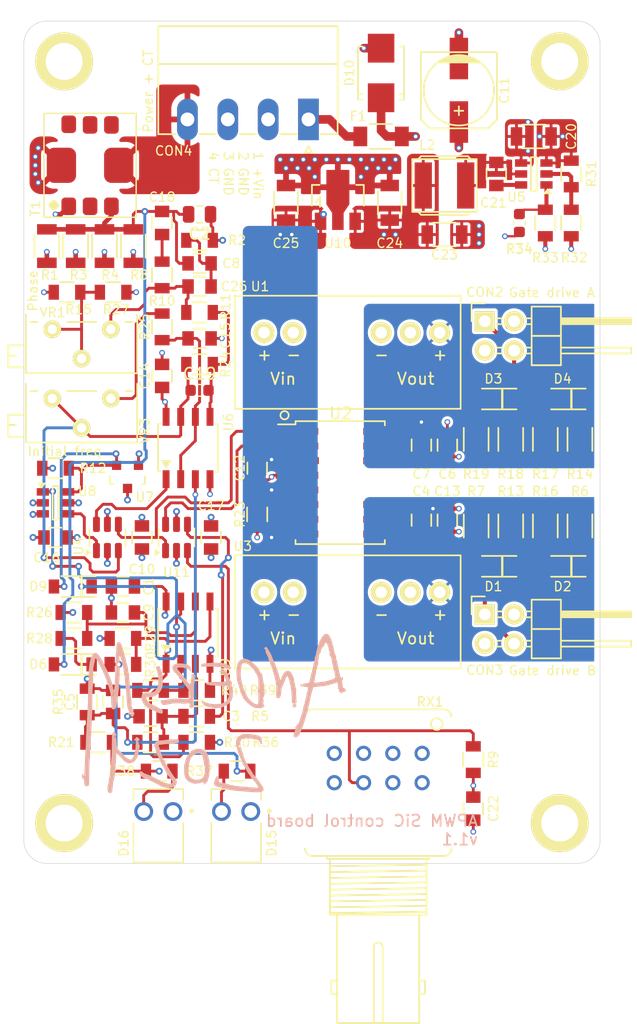
<source format=kicad_pcb>
(kicad_pcb (version 20241229) (generator "pcbnew") (generator_version "9.0")
  (layers (0 "F.Cu" signal) (4 "In1.Cu" signal) (6 "In2.Cu" signal) (2 "B.Cu" signal) (13 "F.Paste" user) (15 "B.Paste" user) (5 "F.SilkS" user "F.Silkscreen") (7 "B.SilkS" user "B.Silkscreen") (1 "F.Mask" user) (3 "B.Mask" user) (25 "Edge.Cuts" user))
  (net 0 "")
  (net 1 "Net-(C13-A)")
  (net 2 "Net-(C4-A)")
  (net 3 "Net-(C6-A)")
  (net 4 "Net-(C5-K)")
  (net 5 "GND")
  (net 6 "Net-(C6-K)")
  (net 7 "+5V")
  (net 8 "RAMP")
  (net 9 "Net-(C7-A)")
  (net 10 "+12V")
  (net 11 "Net-(U2-OUTA)")
  (net 12 "Net-(U2-OUTB)")
  (net 13 "Net-(C13-K)")
  (net 14 "Net-(U2-DT)")
  (net 15 "Net-(D1-K)")
  (net 16 "Net-(D1-A)")
  (net 17 "Net-(D2-K)")
  (net 18 "Net-(D2-A)")
  (net 19 "Net-(D3-A)")
  (net 20 "Net-(D3-K)")
  (net 21 "Net-(D4-A)")
  (net 22 "Net-(D4-K)")
  (net 23 "Net-(C18-K)")
  (net 24 "Net-(C26-A)")
  (net 25 "Net-(C9-K)")
  (net 26 "Net-(C11-A)")
  (net 27 "Net-(C15-K)")
  (net 28 "Net-(C18-A)")
  (net 29 "Net-(C19-A)")
  (net 30 "Net-(C19-K)")
  (net 31 "Net-(C21-K)")
  (net 32 "Net-(C21-A)")
  (net 33 "Net-(C26-K)")
  (net 34 "Net-(D6-K)")
  (net 35 "Net-(D15-PadA)")
  (net 36 "~{SHDN}")
  (net 37 "Net-(D9-K)")
  (net 38 "Net-(R15-Pad1)")
  (net 39 "Net-(R25-Pad2)")
  (net 40 "Net-(U5-ENA)")
  (net 41 "Net-(U5-FB)")
  (net 42 "Net-(U2-INB)")
  (net 43 "Start")
  (net 44 "Net-(R5-Pad2)")
  (net 45 "Net-(CON4-Pad1)")
  (net 46 "CTA")
  (net 47 "Net-(U8A-Q)")
  (net 48 "Net-(U2-INA)")
  (net 49 "Net-(D16-PadA)")
  (net 50 "Net-(U9B-+)")
  (net 51 "Net-(U9A-_)")
  (net 52 "Net-(U4-Pad6)")
  (net 53 "Net-(RX1-DO)")
  (footprint "Resistors_SMD:R_0805_hybrid_2" (layer "F.Cu") (at 175.25 87.5 90)
    (property "Reference" "R33")
    (property "Value" "4k7")
  )
  (footprint "TO_SOT_Packages_SMD:SOT-23-6" (layer "F.Cu") (at 132.75 111.75)
    (property "Reference" "U8")
    (property "Value" "74LVC1G175")
  )
  (footprint "Resistors_SMD:R_0805_hybrid_2" (layer "F.Cu") (at 145.25 95.25)
    (property "Reference" "R11")
    (property "Value" "4k7")
  )
  (footprint "Capacitors_SMD:C_0805" (layer "F.Cu") (at 138.6 121.25)
    (property "Reference" "C9")
    (property "Value" "2n2")
  )
  (footprint "Resistors_SMD:R_1206" (layer "F.Cu") (at 132 89.5 90)
    (property "Reference" "R1")
    (property "Value" "100")
  )
  (footprint "Housings_SOIC:SOIC-8_3.9x4.9mm_Pitch1.27mm" (layer "F.Cu") (at 144.25 123 90)
    (property "Reference" "U9")
    (property "Value" "MCP6562")
  )
  (footprint "Housings_SOIC:SOIC-8_3.9x4.9mm_Pitch1.27mm" (layer "F.Cu") (at 144.25 107 90)
    (property "Reference" "U6")
    (property "Value" "MCP6562")
  )
  (footprint "Resistors_SMD:R_0805_hybrid_2" (layer "F.Cu") (at 138.6 125.75)
    (property "Reference" "R30")
    (property "Value" "10k")
  )
  (footprint "Capacitors_SMD:c_elec_6.3x5.7" (layer "F.Cu") (at 167.75 75.99918 -90)
    (property "Reference" "C11")
    (property "Value" "100u")
  )
  (footprint "Capacitors_SMD:C_0805" (layer "F.Cu") (at 164.5 106.75 -90)
    (property "Reference" "C7")
    (property "Value" "1u")
  )
  (footprint "Sensors:Murata_5300" (layer "F.Cu") (at 135.75 82.5)
    (property "Reference" "T1")
    (property "Value" "53040C")
  )
  (footprint "Capacitors_SMD:C_0805" (layer "F.Cu") (at 142 87.5 -90)
    (property "Reference" "C18")
    (property "Value" "100n")
  )
  (footprint "Resistors_SMD:R_1206" (layer "F.Cu") (at 178.25 106.25 90)
    (property "Reference" "R14")
    (property "Value" "4R7")
  )
  (footprint "Resistors_SMD:R_0805_hybrid_2" (layer "F.Cu") (at 137.75 93.5 180)
    (property "Reference" "R27")
    (property "Value" "470")
  )
  (footprint "Resistors_SMD:R_0805_hybrid_2" (layer "F.Cu") (at 177.5 87.5 90)
    (property "Reference" "R32")
    (property "Value" "4k7")
  )
  (footprint "TO_SOT_Packages_SMD:SOT89-3_Housing" (layer "F.Cu") (at 157.25 85.5)
    (property "Reference" "U10")
    (property "Value" "L78L05")
  )
  (footprint "Diodes_SMD:SOD-123" (layer "F.Cu") (at 170.75 117.25 180)
    (property "Reference" "D1")
    (property "Value" "1N5819W")
  )
  (footprint "Package_TO_SOT_SMD:SOT-23-6" (layer "F.Cu") (at 143.25 114.75 90)
    (property "Reference" "U11")
    (property "Value" "74LVC2G14DBV")
  )
  (footprint "Choke_SMD:Choke_SMD_Taiyo_NRS50XX" (layer "F.Cu") (at 166.5 84.25)
    (property "Reference" "L2")
    (property "Value" "NRS5030T150MMGJ")
  )
  (footprint "Capacitors_SMD:C_0805" (layer "F.Cu") (at 137.75 129 -90)
    (property "Reference" "C5")
    (property "Value" "100n")
  )
  (footprint "Capacitors_SMD:C_0805" (layer "F.Cu") (at 166.75 113.25 90)
    (property "Reference" "C13")
    (property "Value" "1u")
  )
  (footprint "Capacitors_SMD:C_1206" (layer "F.Cu") (at 152.75 85.75 -90)
    (property "Reference" "C25")
    (property "Value" "10u")
  )
  (footprint "Resistors_SMD:R_1206" (layer "F.Cu") (at 175.25 106.25 90)
    (property "Reference" "R17")
    (property "Value" "4R7")
  )
  (footprint "Resistors_SMD:R_1206" (layer "F.Cu") (at 134.5 89.5 90)
    (property "Reference" "R3")
    (property "Value" "100")
  )
  (footprint "Pin_Headers:Pin_Header_Angled_2x02" (layer "F.Cu") (at 170 96.012)
    (property "Reference" "CON2")
    (property "Value" "Header_H_2x2")
  )
  (footprint "Capacitor_SMD:C_0603_1608Metric" (layer "F.Cu") (at 173 87.5 -90)
    (property "Reference" "R34")
    (property "Value" "82k")
  )
  (footprint "Pin_Headers:Pin_Header_Angled_2x02" (layer "F.Cu") (at 170 121.412)
    (property "Reference" "CON3")
    (property "Value" "Header_H_2x2")
  )
  (footprint "Diodes_SMD:SMB_Standard" (layer "F.Cu") (at 161 74.49918 90)
    (property "Reference" "D10")
    (property "Value" "SMBJ24A")
  )
  (footprint "Resistors_SMD:R_0805_hybrid_2" (layer "F.Cu") (at 145.25 99.75 180)
    (property "Reference" "R24")
    (property "Value" "22k")
  )
  (footprint "TO_SOT_Packages_SMD:SOT-23-6" (layer "F.Cu") (at 174.25 83.25 180)
    (property "Reference" "U5")
    (property "Value" "AP63200")
  )
  (footprint "Capacitors_SMD:C_1206" (layer "F.Cu") (at 161.75 85.75 -90)
    (property "Reference" "C24")
    (property "Value" "10u")
  )
  (footprint "Resistors_SMD:R_1206" (layer "F.Cu") (at 178.25 113.75 -90)
    (property "Reference" "R6")
    (property "Value" "4R7")
  )
  (footprint "Potentiometers:Potentiometer_Bourns_3296Z_3-8Zoll_Angular_ScrewFront" (layer "F.Cu") (at 137.552 96.71 90)
    (property "Reference" "VR1")
    (property "Value" "1k")
  )
  (footprint "Resistors_SMD:R_1206" (layer "F.Cu") (at 169.25 113.75 -90)
    (property "Reference" "R7")
    (property "Value" "4R7")
  )
  (footprint "Capacitor_SMD:C_0805_2012Metric" (layer "F.Cu") (at 145.25 86.75 180)
    (property "Reference" "C2")
    (property "Value" "560p")
  )
  (footprint "Resistors_SMD:R_0805_hybrid_2" (layer "F.Cu") (at 150.25 112.75 -90)
    (property "Reference" "R23")
    (property "Value" "10k")
  )
  (footprint "Housings_SOIC:SOIC-14of16_3.9x9.9mm_Pitch1.27mm_wn_flank" (layer "F.Cu") (at 157.5 110)
    (property "Reference" "U2")
    (property "Value" "2ED3147")
  )
  (footprint "Mechanical:Hole_M3_plated" (layer "F.Cu") (at 133.5 139.5)
    (property "Reference" "P3" (hide yes))
    (property "Value" "Hole_M3")
  )
  (footprint "Diodes_SMD:SOD-123" (layer "F.Cu") (at 176.75 117.25 180)
    (property "Reference" "D2")
    (property "Value" "1N5819W")
  )
  (footprint "Resistors_SMD:R_0805_hybrid_2" (layer "F.Cu") (at 132.75 108.75 180)
    (property "Reference" "R12")
    (property "Value" "4k7")
  )
  (footprint "Converters_DCDC_ACDC:QA153C-1504R3" (layer "F.Cu") (at 150.5 97)
    (property "Reference" "U1")
    (property "Value" "QA153C-1504R3")
  )
  (footprint "Diodes_SMD:SOD-123" (layer "F.Cu") (at 176.75 102.75 180)
    (property "Reference" "D4")
    (property "Value" "1N5819W")
  )
  (footprint "Resistors_SMD:R_0805_hybrid_2" (layer "F.Cu") (at 135.5 129 -90)
    (property "Reference" "R35")
    (property "Value" "10k")
  )
  (footprint "Capacitors_SMD:C_0805" (layer "F.Cu") (at 138.6 119)
    (property "Reference" "C1")
    (property "Value" "1u")
  )
  (footprint "Capacitors_SMD:C_0805" (layer "F.Cu") (at 140.25 114.75 90)
    (property "Reference" "C10")
    (property "Value" "1u")
  )
  (footprint "Resistors_SMD:R_0805_hybrid_2" (layer "F.Cu") (at 145 128)
    (property "Reference" "R39")
    (property "Value" "1k")
  )
  (footprint "Capacitors_SMD:C_0805" (layer "F.Cu") (at 171 83.25 90)
    (property "Reference" "C21")
    (property "Value" "1u")
  )
  (footprint "Resistors_SMD:R_0805_hybrid_2" (layer "F.Cu") (at 141.75 135)
    (property "Reference" "R38")
    (property "Value" "1k")
  )
  (footprint "Resistors_SMD:R_0805_hybrid_2" (layer "F.Cu") (at 134.35 123.5)
    (property "Reference" "R28")
    (property "Value" "10k")
  )
  (footprint "Resistors_SMD:R_0805_hybrid_2" (layer "F.Cu") (at 142 96.5 90)
    (property "Reference" "R25")
    (property "Value" "1k")
  )
  (footprint "Capacitors_SMD:C_0805" (layer "F.Cu") (at 166.75 106.75 90)
    (property "Reference" "C6")
    (property "Value" "1u")
  )
  (footprint "Resistors_SMD:R_0805_hybrid_2" (layer "F.Cu") (at 148.5 135 180)
    (property "Reference" "R37")
    (property "Value" "1k")
  )
  (footprint "Resistors_SMD:R_0805_hybrid_2" (layer "F.Cu") (at 141 128 180)
    (property "Reference" "R40")
    (property "Value" "47k")
  )
  (footprint "Diodes_SMD:SOD-123" (layer "F.Cu") (at 134.25 119 180)
    (property "Reference" "D9")
    (property "Value" "MMSD4148")
  )
  (footprint "Capacitors_SMD:C_0805" (layer "F.Cu") (at 146.25 114.75 90)
    (property "Reference" "C17")
    (property "Value" "1u")
  )
  (footprint "TO_SOT_Packages_SMD:SOT-23" (layer "F.Cu") (at 139 109.5 180)
    (property "Reference" "U7")
    (property "Value" "APX803S-46SA-7")
  )
  (footprint "Capacitors_SMD:C_0805" (layer "F.Cu") (at 145.25 93 180)
    (property "Reference" "C26")
    (property "Value" "560p")
  )
  (footprint "Diodes_SMD:SOD-123" (layer "F.Cu") (at 170.75 102.75 180)
    (property "Reference" "D3")
    (property "Value" "1N5819W")
  )
  (footprint "Resistors_SMD:R_0805_hybrid_2" (layer "F.Cu") (at 134.35 121.25)
    (property "Reference" "R26")
    (property "Value" "10k")
  )
  (footprint "optical:LED_551-0807F" (layer "F.Cu") (at 148.4225 138.5)
    (property "Reference" "D15")
    (property "Value" "LED_3mm")
  )
  (footprint "Resistors_SMD:R_0805_hybrid_2" (layer "F.Cu") (at 133.75 93.5 180)
    (property "Reference" "R15")
    (property "Value" "470")
  )
  (footprint "Resistors_SMD:R_0805_hybrid_2" (layer "F.Cu") (at 136.5 132.5 180)
    (property "Reference" "R21")
    (property "Value" "10k")
  )
  (footprint "Package_TO_SOT_SMD:SOT-23-6" (layer "F.Cu") (at 137.255 114.75 90)
    (property "Reference" "U4")
    (property "Value" "74LVC1G11DBV")
  )
  (footprint "Resistors_SMD:R_0805_hybrid_2" (layer "F.Cu") (at 177.5 83.25 90)
    (property "Reference" "R31")
    (property "Value" "68k")
  )
  (footprint "Resistors_SMD:R_0805_hybrid_2" (layer "F.Cu") (at 145.25 89)
    (property "Reference" "R2")
    (property "Value" "1k")
  )
  (footprint "Resistors_SMD:R_1206" (layer "F.Cu") (at 169.25 106.25 90)
    (property "Reference" "R19")
    (property "Value" "4R7")
  )
  (footprint "HFBR-2412T:HFBR-X41XT" (layer "F.Cu") (at 160.75 136)
    (property "Reference" "RX1")
    (property "Value" "HFBR-2412T" (hide yes))
  )
  (footprint "Capacitors_SMD:C_0805" (layer "F.Cu") (at 141 130.25)
    (property "Reference" "C3")
    (property "Value" "100n")
  )
  (footprint "Capacitors_SMD:C_0805" (layer "F.Cu") (at 164.5 113.25 -90)
    (property "Reference" "C4")
    (property "Value" "1u")
  )
  (footprint "Potentiometers:Potentiometer_Bourns_3296Z_3-8Zoll_Angular_ScrewFront" (layer "F.Cu") (at 137.552 102.71 90)
    (property "Reference" "VR3")
    (property "Value" "1k")
  )
  (footprint "Resistors_SMD:R_1206" (layer "F.Cu") (at 137 89.5 90)
    (property "Reference" "R4")
    (property "Value" "100")
  )
  (footprint "optical:LED_551-0807F" (layer "F.Cu") (at 141.6725 138.5)
    (property "Reference" "D16")
    (property "Value" "LED_3mm")
  )
  (footprint "Resistors_SMD:R_0805_hybrid_2" (layer "F.Cu") (at 141 132.5)
    (property "Reference" "R20")
    (property "Value" "4k7")
  )
  (footprint "Capacitor_SMD:C_0603_1608Metric" (layer "F.Cu") (at 145.25 102)
    (property "Reference" "C19")
    (property "Value" "10p")
  )
  (footprint "Mechanical:Hole_M3_plated" (layer "F.Cu") (at 133.5 73.5)
    (property "Reference" "P1" (hide yes))
    (property "Value" "Hole_M3")
  )
  (footprint "Diodes_SMD:SOD-123" (layer "F.Cu") (at 134.25 125.75 180)
    (property "Reference" "D6")
    (property "Value" "MMSD4148")
  )
  (footprint "Mechanical:Hole_M3_plated" (layer "F.Cu") (at 176.5 73.5)
    (property "Reference" "P2" (hide yes))
    (property "Value" "Hole_M3")
  )
  (footprint "Converters_DCDC_ACDC:QA153C-1504R3" (layer "F.Cu") (at 150.5 119.5)
    (property "Reference" "U3")
    (property "Value" "QA153C-1504R3")
  )
  (footprint "Resistors_SMD:R_1206_hybrid" (layer "F.Cu") (at 161 79.99918)
    (property "Reference" "F1")
    (property "Value" "1206 1.25A")
  )
  (footprint "Resistors_SMD:R_1206" (layer "F.Cu") (at 175.25 113.75 -90)
    (property "Reference" "R16")
    (property "Value" "4R7")
  )
  (footprint "Resistors_SMD:R_0805_hybrid_2" (layer "F.Cu") (at 138.6 123.5 180)
    (property "Reference" "R29")
    (property "Value" "10k")
  )
  (footprint "Mechanical:Hole_M3_plated" (layer "F.Cu") (at 176.5 139.5)
    (property "Reference" "P4" (hide yes))
    (property "Value" "Hole_M3")
  )
  (footprint "Resistors_SMD:R_1206" (layer "F.Cu") (at 139.5 89.5 90)
    (property "Reference" "R8")
    (property "Value" "100")
  )
  (footprint "Resistors_SMD:R_0805_hybrid_2" (layer "F.Cu") (at 145 132.5)
    (property "Reference" "R36")
    (property "Value" "10k")
  )
  (footprint "Resistors_SMD:R_0805_hybrid_2" (layer "F.Cu") (at 169 134 90)
    (property "Reference" "R9")
    (property "Value" "1k")
  )
  (footprint "Resistors_SMD:R_0805_hybrid_2" (layer "F.Cu") (at 142 92 90)
    (property "Reference" "R10")
    (property "Value" "1k")
  )
  (footprint "Connectors_Phoenix:PhoenixContact_MC-G_04x3.50mm_Angled" (layer "F.Cu") (at 154.7 78.52418 180)
    (property "Reference" "CON4")
    (property "Value" "Header_H_2x2")
  )
  (footprint "Resistors_SMD:R_1206" (layer "F.Cu") (at 172.25 106.25 90)
    (property "Reference" "R18")
    (property "Value" "4R7")
  )
  (footprint "Capacitors_SMD:C_0805" (layer "F.Cu") (at 142 100.75 -90)
    (property "Reference" "C14")
    (property "Value" "1u")
  )
  (footprint "Resistors_SMD:R_1206" (layer "F.Cu") (at 172.25 113.75 -90)
    (property "Reference" "R13")
    (property "Value" "4R7")
  )
  (footprint "Capacitors_SMD:C_0805" (layer "F.Cu") (at 132.75 114.75 180)
    (property "Reference" "C16")
    (property "Value" "1u")
  )
  (footprint "Capacitors_SMD:C_0805" (layer "F.Cu") (at 150.25 108.75 -90)
    (property "Reference" "C12")
    (property "Value" "1u")
  )
  (footprint "Resistors_SMD:R_0805_hybrid_2" (layer "F.Cu") (at 145 130.25)
    (property "Reference" "R5")
    (property "Value" "1k")
  )
  (footprint "Capacitors_SMD:C_1206" (layer "F.Cu") (at 174.25 80)
    (property "Reference" "C20")
    (property "Value" "10u")
  )
  (footprint "Capacitors_SMD:C_0805" (layer "F.Cu") (at 169 138.25 90)
    (property "Reference" "C22")
    (property "Value" "1u")
  )
  (footprint "Capacitors_SMD:C_1206" (layer "F.Cu") (at 166.5 88.5 180)
    (property "Reference" "C23")
    (property "Value" "10u")
  )
  (footprint "Capacitors_SMD:C_0805" (layer "F.Cu") (at 145.25 97.5 180)
    (property "Reference" "C15")
    (property "Value" "2n2")
  )
  (footprint "Capacitors_SMD:C_0805" (layer "F.Cu") (at 145.25 91)
    (property "Reference" "C8")
    (property "Value" "1n")
  )
  (footprint "Logos:am24_22mm" (layer "B.Cu") (at 145.683994 130.191615 180)
    (property "Reference" "SYM1" (hide yes))
    (property "Value" "AM_2024" (hide yes))
  )
  (gr_line (start 178 70) (end 132 70) (stroke (width 0.05)) (layer "Edge.Cuts"))
  (gr_line (start 178 143) (end 132 143) (stroke (width 0.05)) (layer "Edge.Cuts"))
  (gr_arc (start 178 70) (mid 179.414214 70.585786) (end 180 72) (stroke (width 0.05)) (layer "Edge.Cuts"))
  (gr_line (start 130 141) (end 130 72) (stroke (width 0.05)) (layer "Edge.Cuts"))
  (gr_arc (start 130 72) (mid 130.585786 70.585786) (end 132 70) (stroke (width 0.05)) (layer "Edge.Cuts"))
  (gr_arc (start 132 143) (mid 130.585786 142.414214) (end 130 141) (stroke (width 0.05)) (layer "Edge.Cuts"))
  (gr_line (start 180 141) (end 180 72) (stroke (width 0.05)) (layer "Edge.Cuts"))
  (gr_arc (start 180 141) (mid 179.414214 142.414214) (end 178 143) (stroke (width 0.05)) (layer "Edge.Cuts"))
  (gr_text "Initial freq" (at 130.25 107.75 0) (layer "F.SilkS") (effects (font (size 0.8 0.8) (thickness 0.12)) (justify left bottom)))
  (gr_text "Gate drive A" (at 172 94 0) (layer "F.SilkS") (effects (font (size 0.8 0.8) (thickness 0.12)) (justify left bottom)))
  (gr_text "Power + CT" (at 141.25 79.75 90) (layer "F.SilkS") (effects (font (size 0.8 0.8) (thickness 0.12)) (justify left bottom)))
  (gr_text "Gate drive B" (at 172 126.75 0) (layer "F.SilkS") (effects (font (size 0.8 0.8) (thickness 0.12)) (justify left bottom)))
  (gr_text "Phase" (at 131.25 95.25 90) (layer "F.SilkS") (effects (font (size 0.8 0.8) (thickness 0.12)) (justify left bottom)))
  (gr_text "1 +Vin\n2 GND\n3 GND\n4 CT" (at 146 81.25 -90) (layer "F.SilkS") (effects (font (size 0.8 0.8) (thickness 0.12)) (justify left bottom)))
  (gr_text "APWM SiC control board\nv1.1" (at 169.5 141.5 0) (layer "B.SilkS") (effects (font (size 1 1)) (justify left bottom mirror)))
  (segment (start 166.75 114.25) (end 167.75 114.25) (width 0.35) (layer "F.Cu") (net 1))
  (segment (start 164.5 114.25) (end 163.5 114.25) (width 0.35) (layer "F.Cu") (net 1))
  (segment (start 163.5 114.25) (end 163.305 114.445) (width 0.35) (layer "F.Cu") (net 1))
  (segment (start 161.15 114.445) (end 163.305 114.445) (width 0.35) (layer "F.Cu") (net 1))
  (segment (start 164.5 114.25) (end 166.75 114.25) (width 0.35) (layer "F.Cu") (net 1))
  (via (at 167.75 114.25) (size 0.5) (drill 0.3) (layers "F.Cu" "B.Cu") (net 1))
  (segment (start 163.5 112.25) (end 163.155 111.905) (width 0.35) (layer "F.Cu") (net 2))
  (segment (start 164.5 112.25) (end 165.5 112.25) (width 0.35) (layer "F.Cu") (net 2))
  (segment (start 164.5 112.25) (end 163.5 112.25) (width 0.35) (layer "F.Cu") (net 2))
  (segment (start 161.15 111.905) (end 163.155 111.905) (width 0.35) (layer "F.Cu") (net 2))
  (via (at 165.5 112.25) (size 0.5) (drill 0.3) (layers "F.Cu" "B.Cu") (net 2))
  (segment (start 163.155 108.095) (end 163.5 107.75) (width 0.35) (layer "F.Cu") (net 3))
  (segment (start 164.5 107.75) (end 163.5 107.75) (width 0.35) (layer "F.Cu") (net 3))
  (segment (start 161.15 108.095) (end 163.155 108.095) (width 0.35) (layer "F.Cu") (net 3))
  (segment (start 166.75 107.75) (end 167.75 107.75) (width 0.25) (layer "F.Cu") (net 3))
  (segment (start 166.75 107.75) (end 164.5 107.75) (width 0.35) (layer "F.Cu") (net 3))
  (via (at 167.75 107.75) (size 0.5) (drill 0.3) (layers "F.Cu" "B.Cu") (net 3))
  (segment (start 138.77 131.23) (end 138 131.23) (width 0.25) (layer "F.Cu") (net 4))
  (segment (start 139 131.46) (end 138.77 131.23) (width 0.25) (layer "F.Cu") (net 4))
  (segment (start 136.6 130.15) (end 135.5 130.15) (width 0.25) (layer "F.Cu") (net 4))
  (segment (start 139.85 132.5) (end 139 132.5) (width 0.25) (layer "F.Cu") (net 4))
  (segment (start 137.75 130) (end 136.75 130) (width 0.25) (layer "F.Cu") (net 4))
  (segment (start 135.35 132.5) (end 135.35 131.15) (width 0.25) (layer "F.Cu") (net 4))
  (segment (start 137.75 130.98) (end 137.75 130) (width 0.25) (layer "F.Cu") (net 4))
  (segment (start 144.885 111.04) (end 144.885 109.7) (width 0.25) (layer "F.Cu") (net 4))
  (segment (start 139 132.5) (end 139 131.46) (width 0.25) (layer "F.Cu") (net 4))
  (segment (start 136.75 130) (end 136.6 130.15) (width 0.25) (layer "F.Cu") (net 4))
  (segment (start 135.5 131) (end 135.5 130.15) (width 0.25) (layer "F.Cu") (net 4))
  (segment (start 135.35 131.15) (end 135.5 131) (width 0.25) (layer "F.Cu") (net 4))
  (segment (start 138 131.23) (end 137.75 130.98) (width 0.25) (layer "F.Cu") (net 4))
  (via (at 139 132.5) (size 0.6) (drill 0.3) (layers "F.Cu" "B.Cu") (net 4))
  (via (at 144.885 111.04) (size 0.5) (drill 0.3) (layers "F.Cu" "B.Cu") (net 4))
  (segment (start 144.885 132.325) (end 144.71 132.5) (width 0.25) (layer "B.Cu") (net 4))
  (segment (start 144.885 111.04) (end 144.885 132.365) (width 0.25) (layer "B.Cu") (net 4))
  (segment (start 144.71 132.5) (end 139 132.5) (width 0.25) (layer "B.Cu") (net 4))
  (segment (start 132 90.95) (end 132 90) (width 0.4) (layer "F.Cu") (net 5))
  (segment (start 146.155 124.595) (end 146.25 124.5) (width 0.25) (layer "F.Cu") (net 5))
  (segment (start 142 99.75) (end 142 98.75) (width 0.25) (layer "F.Cu") (net 5))
  (segment (start 137.75 128) (end 136.75 128) (width 0.25) (layer "F.Cu") (net 5))
  (segment (start 132.75 86.75) (end 133.205 86.75) (width 0.4) (layer "F.Cu") (net 5))
  (segment (start 134.5 90.95) (end 134.5 90) (width 0.4) (layer "F.Cu") (net 5))
  (segment (start 151.5 109.5) (end 151.635 109.365) (width 0.25) (layer "F.Cu") (net 5))
  (segment (start 150.25 114.75) (end 150.25 113.975) (width 0.25) (layer "F.Cu") (net 5))
  (segment (start 137.255 116.995) (end 137.25 117) (width 0.25) (layer "F.Cu") (net 5))
  (segment (start 146.155 111) (end 146.155 109.7) (width 0.25) (layer "F.Cu") (net 5))
  (segment (start 150.25 109.75) (end 151.25 109.75) (width 0.25) (layer "F.Cu") (net 5))
  (segment (start 146.25 86.975) (end 146.025 86.75) (width 0.25) (layer "F.Cu") (net 5))
  (segment (start 137.6 119) (end 137.6 120) (width 0.25) (layer "F.Cu") (net 5))
  (segment (start 133.2 121.25) (end 134.25 121.25) (width 0.25) (layer "F.Cu") (net 5))
  (segment (start 133.75 114.75) (end 134.625 114.75) (width 0.25) (layer "F.Cu") (net 5))
  (segment (start 151.25 109.75) (end 151.5 109.5) (width 0.25) (layer "F.Cu") (net 5))
  (segment (start 146.15 125.705) (end 146.155 125.7) (width 0.25) (layer "F.Cu") (net 5))
  (segment (start 139.95 108.49924) (end 139.95 107.55) (width 0.25) (layer "F.Cu") (net 5))
  (segment (start 146.15 128) (end 146.15 125.705) (width 0.25) (layer "F.Cu") (net 5))
  (segment (start 136.75 128) (end 136.6 127.85) (width 0.25) (layer "F.Cu") (net 5))
  (segment (start 133.205 86.75) (end 133.9 86.055) (width 0.4) (layer "F.Cu") (net 5))
  (segment (start 151.635 109.365) (end 153.85 109.365) (width 0.25) (layer "F.Cu") (net 5))
  (segment (start 167.75 73.24836) (end 167.75 70.99918) (width 0.75) (layer "F.Cu") (net 5))
  (segment (start 146.4 89) (end 146.4 87.9) (width 0.25) (layer "F.Cu") (net 5))
  (segment (start 140.25 115.75) (end 140.25 116.5) (width 0.25) (layer "F.Cu") (net 5))
  (segment (start 146.4 87.9) (end 146.25 87.75) (width 0.25) (layer "F.Cu") (net 5))
  (segment (start 175.25 88.725) (end 175.25 89.75) (width 0.35) (layer "F.Cu") (net 5))
  (segment (start 159.5 72.35034) (end 161 72.35034) (width 0.75) (layer "F.Cu") (net 5))
  (segment (start 137.45 123.5) (end 136.6 123.5) (width 0.25) (layer "F.Cu") (net 5))
  (segment (start 143.25 117) (end 143.245 117.005) (width 0.25) (layer "F.Cu") (net 5))
  (segment (start 177.5 88.725) (end 177.5 89.75) (width 0.35) (layer "F.Cu") (net 5))
  (segment (start 136.6 127.85) (end 135.5 127.85) (width 0.25) (layer "F.Cu") (net 5))
  (segment (start 137.255 115.8875) (end 137.255 116.995) (width 0.25) (layer "F.Cu") (net 5))
  (segment (start 137.6 121.25) (end 137.6 120) (width 0.25) (layer "F.Cu") (net 5))
  (segment (start 140 130.25) (end 139 130.25) (width 0.25) (layer "F.Cu") (net 5))
  (segment (start 139.95 107.55) (end 140 107.5) (width 0.25) (layer "F.Cu") (net 5))
  (segment (start 169 139.25) (end 169 140.25) (width 0.25) (layer "F.Cu") (net 5))
  (segment (start 146.25 115.75) (end 146.25 116.5) (width 0.25) (layer "F.Cu") (net 5))
  (segment (start 135.5 127.85) (end 135.5 127) (width 0.25) (layer "F.Cu") (net 5))
  (segment (start 139.5 90.95) (end 139.5 90) (width 0.4) (layer "F.Cu") (net 5))
  (segment (start 146.25 97.5) (end 147.175 97.5) (width 0.25) (layer "F.Cu") (net 5))
  (segment (start 146.4 89) (end 147.25 89) (width 0.25) (layer "F.Cu") (net 5))
  (segment (start 131.65 111.75) (end 130.8 111.75) (width 0.25) (layer "F.Cu") (net 5))
  (segment (start 146.25 87.75) (end 146.25 86.975) (width 0.25) (layer "F.Cu") (net 5))
  (segment (start 137 90.95) (end 137 90) (width 0.4) (layer "F.Cu") (net 5))
  (segment (start 143.25 115.8925) (end 143.25 117) (width 0.25) (layer "F.Cu") (net 5))
  (segment (start 132.6 93.5) (end 131.75 93.5) (width 0.25) (layer "F.Cu") (net 5))
  (segment (start 146.155 125.7) (end 146.155 124.595) (width 0.25) (layer "F.Cu") (net 5))
  (via (at 131 81.75) (size 0.5) (drill 0.3) (layers "F.Cu" "B.Cu") (net 5))
  (via (at 132.75 86.75) (size 0.5) (drill 0.3) (layers "F.Cu" "B.Cu") (net 5))
  (via (at 140 107.5) (size 0.6) (drill 0.3) (layers "F.Cu" "B.Cu") (net 5))
  (via (at 175.25 89.75) (size 0.5) (drill 0.3) (layers "F.Cu" "B.Cu") (net 5))
  (via (at 142 98.75) (size 0.5) (drill 0.3) (layers "F.Cu" "B.Cu") (net 5))
  (via (at 153.75 82.75) (size 0.5) (drill 0.3) (layers "F.Cu" "B.Cu") (net 5))
  (via (at 134.5 90) (size 0.5) (drill 0.3) (layers "F.Cu" "B.Cu") (net 5))
  (via (at 154.75 82.75) (size 0.5) (drill 0.3) (layers "F.Cu" "B.Cu") (net 5))
  (via (at 131.75 93.5) (size 0.5) (drill 0.3) (layers "F.Cu" "B.Cu") (net 5))
  (via (at 161.25 82) (size 0.5) (drill 0.3) (layers "F.Cu" "B.Cu") (net 5))
  (via (at 131 82.5) (size 0.5) (drill 0.3) (layers "F.Cu" "B.Cu") (net 5))
  (via (at 159.25 82) (size 0.5) (drill 0.3) (layers "F.Cu" "B.Cu") (net 5))
  (via (at 161.75 82.75) (size 0.5) (drill 0.3) (layers "F.Cu" "B.Cu") (net 5))
  (via (at 139 130.25) (size 0.6) (drill 0.3) (layers "F.Cu" "B.Cu") (net 5))
  (via (at 137.6 120) (size 0.6) (drill 0.3) (layers "F.Cu" "B.Cu") (net 5))
  (via (at 177.5 89.75) (size 0.5) (drill 0.3) (layers "F.Cu" "B.Cu") (net 5))
  (via (at 151.5 109.5) (size 0.5) (drill 0.3) (layers "F.Cu" "B.Cu") (net 5))
  (via (at 134.625 114.75) (size 0.6) (drill 0.3) (layers "F.Cu" "B.Cu") (net 5))
  (via (at 131 83.25) (size 0.5) (drill 0.3) (layers "F.Cu" "B.Cu") (net 5))
  (via (at 134.25 121.25) (size 0.6) (drill 0.3) (layers "F.Cu" "B.Cu") (net 5))
  (via (at 135.5 127) (size 0.6) (drill 0.3) (layers "F.Cu" "B.Cu") (net 5))
  (via (at 153.25 82) (size 0.5) (drill 0.3) (layers "F.Cu" "B.Cu") (net 5))
  (via (at 155.25 82) (size 0.5) (drill 0.3) (layers "F.Cu" "B.Cu") (net 5))
  (via (at 154.25 82) (size 0.5) (drill 0.3) (layers "F.Cu" "B.Cu") (net 5))
  (via (at 155.25 83.5) (size 0.5) (drill 0.3) (layers "F.Cu" "B.Cu") (net 5))
  (via (at 156.25 82) (size 0.5) (drill 0.3) (layers "F.Cu" "B.Cu") (net 5))
  (via (at 146.155 111) (size 0.5) (drill 0.3) (layers "F.Cu" "B.Cu") (net 5))
  (via (at 147.25 89) (size 0.6) (drill 0.3) (layers "F.Cu" "B.Cu") (net 5))
  (via (at 130.8 111.75) (size 0.6) (drill 0.3) (layers "F.Cu" "B.Cu") (net 5))
  (via (at 169.5 88.5) (size 0.5) (drill 0.3) (layers "F.Cu" "B.Cu") (net 5))
  (via (at 152.75 82.75) (size 0.5) (drill 0.3) (layers "F.Cu" "B.Cu") (net 5))
  (via (at 157.25 82) (size 0.5) (drill 0.3) (layers "F.Cu" "B.Cu") (net 5))
  (via (at 150.25 114.75) (size 0.5) (drill 0.3) (layers "F.Cu" "B.Cu") (net 5))
  (via (at 159.25 83.5) (size 0.5) (drill 0.3) (layers "F.Cu" "B.Cu") (net 5))
  (via (at 169.5 89.25) (size 0.5) (drill 0.3) (layers "F.Cu" "B.Cu") (net 5))
  (via (at 146.25 124.5) (size 0.6) (drill 0.3) (layers "F.Cu" "B.Cu") (net 5))
  (via (at 173.75 78.75) (size 0.5) (drill 0.3) (layers "F.Cu" "B.Cu") (net 5))
  (via (at 147.175 97.5) (size 0.5) (drill 0.3) (layers "F.Cu" "B.Cu") (net 5))
  (via (at 169 140.25) (size 0.5) (drill 0.3) (layers "F.Cu" "B.Cu") (net 5))
  (via (at 139.5 90) (size 0.5) (drill 0.3) (layers "F.Cu" "B.Cu") (net 5))
  (via (at 132 90) (size 0.5) (drill 0.3) (layers "F.Cu" "B.Cu") (net 5))
  (via (at 160.75 82.75) (size 0.5) (drill 0.3) (layers "F.Cu" "B.Cu") (net 5))
  (via (at 146.25 116.5) (size 0.6) (drill 0.3) (layers "F.Cu" "B.Cu") (net 5))
  (via (at 140.25 116.5) (size 0.6) (drill 0.3) (layers "F.Cu" "B.Cu") (net 5))
  (via (at 143.245 117.005) (size 0.6) (drill 0.3) (layers "F.Cu" "B.Cu") (net 5))
  (via (at 131.25 81) (size 0.5) (drill 0.3) (layers "F.Cu" "B.Cu") (net 5))
  (via (at 162.25 82) (size 0.5) (drill 0.3) (layers "F.Cu" "B.Cu") (net 5))
  (via (at 158.25 82) (size 0.5) (drill 0.3) (layers "F.Cu" "B.Cu") (net 5))
  (via (at 167.75 70.99918) (size 0.5) (drill 0.3) (layers "F.Cu" "B.Cu") (net 5))
  (via (at 152.25 82) (size 0.5) (drill 0.3) (layers "F.Cu" "B.Cu") (net 5))
  (via (at 169.5 87.75) (size 0.5) (drill 0.3) (layers "F.Cu" "B.Cu") (net 5))
  (via (at 159.75 82.75) (size 0.5) (drill 0.3) (layers "F.Cu" "B.Cu") (net 5))
  (via (at 137 90) (size 0.5) (drill 0.3) (layers "F.Cu" "B.Cu") (net 5))
  (via (at 159.5 72.35034) (size 0.5) (drill 0.3) (layers "F.Cu" "B.Cu") (net 5))
  (via (at 131.25 84) (size 0.5) (drill 0.3) (layers "F.Cu" "B.Cu") (net 5))
  (via (at 173.75 81.25) (size 0.5) (drill 0.3) (layers "F.Cu" "B.Cu") (net 5))
  (via (at 137.25 117) (size 0.6) (drill 0.3) (layers "F.Cu" "B.Cu") (net 5))
  (via (at 160.25 82) (size 0.5) (drill 0.3) (layers "F.Cu" "B.Cu") (net 5))
  (via (at 136.6 123.5) (size 0.6) (drill 0.3) (layers "F.Cu" "B.Cu") (net 5))
  (segment (start 166.75 105.75) (end 166.75 104.75) (width 0.25) (layer "F.Cu") (net 6))
  (segment (start 172 96.5) (end 172.27 96.23) (width 0.35) (layer "F.Cu") (net 6))
  (via (at 166.75 104.75) (size 0.5) (drill 0.3) (layers "F.Cu" "B.Cu") (net 6))
  (segment (start 138.9 93.5) (end 139.75 93.5) (width 0.25) (layer "F.Cu") (net 7))
  (segment (start 151.5 108) (end 151.595 108.095) (width 0.25) (layer "F.Cu") (net 7))
  (segment (start 142.345 121.405) (end 142.25 121.5) (width 0.25) (layer "F.Cu") (net 7))
  (segment (start 151.25 107.75) (end 151.5 108) (width 0.25) (layer "F.Cu") (net 7))
  (segment (start 130.85 112.7) (end 130.8 112.75) (width 0.25) (layer "F.Cu") (net 7))
  (segment (start 151.5 110.635) (end 153.85 110.635) (width 0.2) (layer "F.Cu") (net 7))
  (segment (start 142 119) (end 142.345 119.345) (width 0.25) (layer "F.Cu") (net 7))
  (segment (start 137.65 134.65) (end 138 135) (width 0.25) (layer "F.Cu") (net 7))
  (segment (start 137.45 125.75) (end 138.25 125.75) (width 0.25) (layer "F.Cu") (net 7))
  (segment (start 140.6 135) (end 141.75 135) (width 0.25) (layer "F.Cu") (net 7))
  (segment (start 140 119) (end 142 119) (width 0.25) (layer "F.Cu") (net 7))
  (segment (start 142 101.75) (end 142 102.75) (width 0.25) (layer "F.Cu") (net 7))
  (segment (start 169 135.15) (end 169 136.25) (width 0.25) (layer "F.Cu") (net 7))
  (segment (start 142.345 119.345) (end 142.345 120.3) (width 0.25) (layer "F.Cu") (net 7))
  (segment (start 131.75 114.75) (end 130.8 114.75) (width 0.25) (layer "F.Cu") (net 7))
  (segment (start 131.65 112.7) (end 130.85 112.7) (width 0.25) (layer "F.Cu") (net 7))
  (segment (start 138 135) (end 140.6 135) (width 0.25) (layer "F.Cu") (net 7))
  (segment (start 143.25 113.6125) (end 143.25 112.5) (width 0.25) (layer "F.Cu") (net 7))
  (segment (start 142.345 103.095) (end 142.25 103) (width 0.25) (layer "F.Cu") (net 7))
  (segment (start 150.25 107.75) (end 151.25 107.75) (width 0.25) (layer "F.Cu") (net 7))
  (segment (start 151.805 114.445) (end 151.5 114.75) (width 0.25) (layer "F.Cu") (net 7))
  (segment (start 139 110.49822) (end 139 111.5) (width 0.25) (layer "F.Cu") (net 7))
  (segment (start 137.255 113.6125) (end 137.255 112.505) (width 0.25) (layer "F.Cu") (net 7))
  (segment (start 142.345 104.3) (end 142.345 103.095) (width 0.25) (layer "F.Cu") (net 7))
  (segment (start 147 132.5) (end 146.15 132.5) (width 0.25) (layer "F.Cu") (net 7))
  (segment (start 153.85 114.445) (end 151.805 114.445) (width 0.25) (layer "F.Cu") (net 7))
  (segment (start 137.65 132.5) (end 137.65 134.65) (width 0.25) (layer "F.Cu") (net 7))
  (segment (start 142 102.75) (end 142.25 103) (width 0.25) (layer "F.Cu") (net 7))
  (segment (start 140.25 113.75) (end 140.25 113) (width 0.25) (layer "F.Cu") (net 7))
  (segment (start 137.255 112.505) (end 137.25 112.5) (width 0.25) (layer "F.Cu") (net 7))
  (segment (start 151.595 108.095) (end 153.85 108.095) (width 0.25) (layer "F.Cu") (net 7))
  (segment (start 169 137.25) (end 169 136.25) (width 0.25) (layer "F.Cu") (net 7))
  (segment (start 146.25 113.75) (end 146.25 113) (width 0.25) (layer "F.Cu") (net 7))
  (segment (start 134.75 111.75) (end 133.85 111.75) (width 0.25) (layer "F.Cu") (net 7))
  (segment (start 142.345 120.3) (end 142.345 121.405) (width 0.25) (layer "F.Cu") (net 7))
  (segment (start 131.6 108.75) (end 132.5 108.75) (width 0.25) (layer "F.Cu") (net 7))
  (via (at 142.25 103) (size 0.5) (drill 0.3) (layers "F.Cu" "B.Cu") (net 7))
  (via (at 147 132.5) (size 0.6) (drill 0.3) (layers "F.Cu" "B.Cu") (net 7))
  (via (at 137.25 112.5) (size 0.6) (drill 0.3) (layers "F.Cu" "B.Cu") (net 7))
  (via (at 140.25 113) (size 0.6) (drill 0.3) (layers "F.Cu" "B.Cu") (net 7))
  (via (at 146.25 113) (size 0.6) (drill 0.3) (layers "F.Cu" "B.Cu") (net 7))
  (via (at 139 111.5) (size 0.6) (drill 0.3) (layers "F.Cu" "B.Cu") (net 7))
  (via (at 152.25 88.5) (size 0.5) (drill 0.3) (layers "F.Cu" "B.Cu") (net 7))
  (via (at 169 136.25) (size 0.5) (drill 0.3) (layers "F.Cu" "B.Cu") (net 7))
  (via (at 142.25 121.5) (size 0.6) (drill 0.3) (layers "F.Cu" "B.Cu") (net 7))
  (via (at 134.75 111.75) (size 0.6) (drill 0.3) (layers "F.Cu" "B.Cu") (net 7))
  (via (at 130.8 112.75) (size 0.6) (drill 0.3) (layers "F.Cu" "B.Cu") (net 7))
  (via (at 156 86.75) (size 0.6) (drill 0.3) (layers "F.Cu" "B.Cu") (net 7))
  (via (at 130.8 114.75) (size 0.6) (drill 0.3) (layers "F.Cu" "B.Cu") (net 7))
  (via (at 151.5 114.75) (size 0.5) (drill 0.3) (layers "F.Cu" "B.Cu") (net 7))
  (via (at 143.25 112.5) (size 0.6) (drill 0.3) (layers "F.Cu" "B.Cu") (net 7))
  (via (at 151.5 108) (size 0.5) (drill 0.3) (layers "F.Cu" "B.Cu") (net 7))
  (via (at 138.25 125.75) (size 0.6) (drill 0.3) (layers "F.Cu" "B.Cu") (net 7))
  (via (at 139.75 93.5) (size 0.5) (drill 0.3) (layers "F.Cu" "B.Cu") (net 7))
  (via (at 132.5 108.75) (size 0.6) (drill 0.3) (layers "F.Cu" "B.Cu") (net 7))
  (via (at 153.25 88.5) (size 0.5) (drill 0.3) (layers "F.Cu" "B.Cu") (net 7))
  (via (at 141.75 135) (size 0.6) (drill 0.3) (layers "F.Cu" "B.Cu") (net 7))
  (via (at 151.5 110.635) (size 0.6) (drill 0.3) (layers "F.Cu" "B.Cu") (net 7))
  (segment (start 142.15 132.5) (end 142.15 131.4) (width 0.25) (layer "F.Cu") (net 8))
  (segment (start 145 127) (end 144.885 126.885) (width 0.25) (layer "F.Cu") (net 8))
  (segment (start 142.15 131.4) (end 142 131.25) (width 0.25) (layer "F.Cu") (net 8))
  (segment (start 142 131.25) (end 142 130.25) (width 0.25) (layer "F.Cu") (net 8))
  (segment (start 144.75 130.25) (end 145 130) (width 0.25) (layer "F.Cu") (net 8))
  (segment (start 143.85 130.25) (end 144.75 130.25) (width 0.25) (layer "F.Cu") (net 8))
  (segment (start 145 130) (end 145 127) (width 0.25) (layer "F.Cu") (net 8))
  (segment (start 144.885 126.885) (end 144.885 125.7) (width 0.25) (layer "F.Cu") (net 8))
  (segment (start 142 130.25) (end 143.85 130.25) (width 0.25) (layer "F.Cu") (net 8))
  (segment (start 164.5 105.75) (end 163.5 105.75) (width 0.35) (layer "F.Cu") (net 9))
  (segment (start 163.5 105.75) (end 163.305 105.555) (width 0.35) (layer "F.Cu") (net 9))
  (segment (start 164.5 105.75) (end 164.5 104.75) (width 0.25) (layer "F.Cu") (net 9))
  (segment (start 161.15 105.555) (end 163.305 105.555) (width 0.35) (layer "F.Cu") (net 9))
  (via (at 164.5 104.75) (size 0.5) (drill 0.3) (layers "F.Cu" "B.Cu") (net 9))
  (segment (start 171.75 88.65) (end 172.625 88.65) (width 0.2) (layer "F.Cu") (net 10))
  (segment (start 172.625 88.65) (end 173 88.275) (width 0.2) (layer "F.Cu") (net 10))
  (via (at 162.25 88.5) (size 0.5) (drill 0.3) (layers "F.Cu" "B.Cu") (net 10))
  (via (at 171.75 88.65) (size 0.5) (drill 0.3) (layers "F.Cu" "B.Cu") (net 10))
  (via (at 161.25 88.5) (size 0.5) (drill 0.3) (layers "F.Cu" "B.Cu") (net 10))
  (segment (start 169.25 107.7) (end 168.7 107.7) (width 0.35) (layer "F.Cu") (net 11))
  (segment (start 172.25 107.7) (end 169.25 107.7) (width 0.35) (layer "F.Cu") (net 11))
  (segment (start 175.25 107.7) (end 172.25 107.7) (width 0.35) (layer "F.Cu") (net 11))
  (segment (start 163.175 106.825) (end 163.25 106.75) (width 0.35) (layer "F.Cu") (net 11))
  (segment (start 169.25 107.7) (end 178.25 107.7) (width 0.25) (layer "F.Cu") (net 11))
  (segment (start 167.75 106.75) (end 163.25 106.75) (width 0.35) (layer "F.Cu") (net 11))
  (segment (start 168.7 107.7) (end 167.75 106.75) (width 0.35) (layer "F.Cu") (net 11))
  (segment (start 178.25 107.7) (end 175.25 107.7) (width 0.35) (layer "F.Cu") (net 11))
  (segment (start 161.15 106.825) (end 163.175 106.825) (width 0.35) (layer "F.Cu") (net 11))
  (segment (start 175.25 112.3) (end 178.25 112.3) (width 0.35) (layer "F.Cu") (net 12))
  (segment (start 172.25 112.3) (end 175.25 112.3) (width 0.35) (layer "F.Cu") (net 12))
  (segment (start 163.25 113.175) (end 161.15 113.175) (width 0.35) (layer "F.Cu") (net 12))
  (segment (start 167.75 113.25) (end 163.325 113.25) (width 0.35) (layer "F.Cu") (net 12))
  (segment (start 163.325 113.25) (end 163.25 113.175) (width 0.35) (layer "F.Cu") (net 12))
  (segment (start 169.25 112.3) (end 172.25 112.3) (width 0.35) (layer "F.Cu") (net 12))
  (segment (start 169.25 112.3) (end 168.7 112.3) (width 0.35) (layer "F.Cu") (net 12))
  (segment (start 168.7 112.3) (end 167.75 113.25) (width 0.35) (layer "F.Cu") (net 12))
  (segment (start 166.75 112.25) (end 167.75 112.25) (width 0.35) (layer "F.Cu") (net 13))
  (via (at 167.75 112.25) (size 0.5) (drill 0.3) (layers "F.Cu" "B.Cu") (net 13))
  (segment (start 151.35 111.6) (end 150.25 111.6) (width 0.25) (layer "F.Cu") (net 14))
  (segment (start 151.655 111.905) (end 151.35 111.6) (width 0.25) (layer "F.Cu") (net 14))
  (segment (start 153.85 111.905) (end 151.655 111.905) (width 0.25) (layer "F.Cu") (net 14))
  (segment (start 172.25 116) (end 172.25 115.2) (width 0.35) (layer "F.Cu") (net 15))
  (segment (start 172.385 117.25) (end 172.385 116.135) (width 0.35) (layer "F.Cu") (net 15))
  (segment (start 172.385 116.135) (end 172.25 116) (width 0.35) (layer "F.Cu") (net 15))
  (segment (start 169.25 116) (end 169.25 115.2) (width 0.35) (layer "F.Cu") (net 16))
  (segment (start 169.115 116.135) (end 169.25 116) (width 0.35) (layer "F.Cu") (net 16))
  (segment (start 169.115 117.25) (end 169.115 116.135) (width 0.35) (layer "F.Cu") (net 16))
  (segment (start 170 119.5) (end 170 121.412) (width 0.35) (layer "F.Cu") (net 16))
  (segment (start 169.115 117.25) (end 169.115 118.615) (width 0.35) (layer "F.Cu") (net 16))
  (segment (start 169.115 118.615) (end 170 119.5) (width 0.35) (layer "F.Cu") (net 16))
  (segment (start 178.25 115.2) (end 178.25 116) (width 0.35) (layer "F.Cu") (net 17))
  (segment (start 178.25 116) (end 178.385 116.135) (width 0.35) (layer "F.Cu") (net 17))
  (segment (start 178.385 116.135) (end 178.385 117.25) (width 0.35) (layer "F.Cu") (net 17))
  (segment (start 175.115 118.885) (end 174.75 119.25) (width 0.35) (layer "F.Cu") (net 18))
  (segment (start 175.115 117.25) (end 175.115 118.885) (width 0.35) (layer "F.Cu") (net 18))
  (segment (start 174.75 119.25) (end 171.75 119.25) (width 0.35) (layer "F.Cu") (net 18))
  (segment (start 171.75 119.25) (end 171.3014 119.6986) (width 0.35) (layer "F.Cu") (net 18))
  (segment (start 175.115 116.135) (end 175.25 116) (width 0.35) (layer "F.Cu") (net 18))
  (segment (start 171.3014 122.7134) (end 172.54 123.952) (width 0.35) (layer "F.Cu") (net 18))
  (segment (start 175.115 117.25) (end 175.115 116.135) (width 0.35) (layer "F.Cu") (net 18))
  (segment (start 175.25 116) (end 175.25 115.2) (width 0.35) (layer "F.Cu") (net 18))
  (segment (start 171.3014 119.6986) (end 171.3014 122.7134) (width 0.35) (layer "F.Cu") (net 18))
  (segment (start 169.25 104.8) (end 169.25 104) (width 0.35) (layer "F.Cu") (net 19))
  (segment (start 169.115 103.865) (end 169.25 104) (width 0.35) (layer "F.Cu") (net 19))
  (segment (start 169.115 101.135) (end 169.5 100.75) (width 0.35) (layer "F.Cu") (net 19))
  (segment (start 170.75 100.75) (end 171.25 100.25) (width 0.35) (layer "F.Cu") (net 19))
  (segment (start 171.25 100.25) (end 171.25 97.262) (width 0.35) (layer "F.Cu") (net 19))
  (segment (start 169.115 102.75) (end 169.115 101.135) (width 0.35) (layer "F.Cu") (net 19))
  (segment (start 169.5 100.75) (end 170.75 100.75) (width 0.35) (layer "F.Cu") (net 19))
  (segment (start 169.115 102.75) (end 169.115 103.865) (width 0.35) (layer "F.Cu") (net 19))
  (segment (start 171.25 97.262) (end 170 96.012) (width 0.35) (layer "F.Cu") (net 19))
  (segment (start 172.25 104) (end 172.385 103.865) (width 0.35) (layer "F.Cu") (net 20))
  (segment (start 172.385 103.865) (end 172.385 102.75) (width 0.35) (layer "F.Cu") (net 20))
  (segment (start 172.25 104.8) (end 172.25 104) (width 0.35) (layer "F.Cu") (net 20))
  (segment (start 175.115 103.75) (end 175.115 103.865) (width 0.35) (layer "F.Cu") (net 21))
  (segment (start 175.115 101.115) (end 174.75 100.75) (width 0.35) (layer "F.Cu") (net 21))
  (segment (start 172.75 100.75) (end 172.54 100.54) (width 0.35) (layer "F.Cu") (net 21))
  (segment (start 175.25 104) (end 175.115 103.865) (width 0.35) (layer "F.Cu") (net 21))
  (segment (start 175.115 102.75) (end 175.115 101.115) (width 0.35) (layer "F.Cu") (net 21))
  (segment (start 172.54 100.54) (end 172.54 98.552) (width 0.35) (layer "F.Cu") (net 21))
  (segment (start 175.115 102.75) (end 175.115 103.75) (width 0.35) (layer "F.Cu") (net 21))
  (segment (start 175.25 104.8) (end 175.25 104) (width 0.35) (layer "F.Cu") (net 21))
  (segment (start 174.75 100.75) (end 172.75 100.75) (width 0.35) (layer "F.Cu") (net 21))
  (segment (start 178.385 102.75) (end 178.385 103.865) (width 0.35) (layer "F.Cu") (net 22))
  (segment (start 178.25 104.8) (end 178.25 104) (width 0.35) (layer "F.Cu") (net 22))
  (segment (start 178.385 103.865) (end 178.25 104) (width 0.35) (layer "F.Cu") (net 22))
  (segment (start 142 88.5) (end 142 90.85) (width 0.25) (layer "F.Cu") (net 23))
  (segment (start 145 89) (end 145.25 89.25) (width 0.25) (layer "F.Cu") (net 24))
  (segment (start 145.5 91) (end 146.25 91) (width 0.25) (layer "F.Cu") (net 24))
  (segment (start 144.1 89) (end 145 89) (width 0.25) (layer "F.Cu") (net 24))
  (segment (start 146.25 93) (end 146.25 91) (width 0.25) (layer "F.Cu") (net 24))
  (segment (start 145.25 90.75) (end 145.5 91) (width 0.25) (layer "F.Cu") (net 24))
  (segment (start 145.25 89.25) (end 145.25 90.75) (width 0.25) (layer "F.Cu") (net 24))
  (segment (start 140.6 122.25) (end 140.6 121.5) (width 0.25) (layer "F.Cu") (net 25))
  (segment (start 135.5 121.25) (end 135.5 122.25) (width 0.25) (layer "F.Cu") (net 25))
  (segment (start 140.6 122.25) (end 135.5 122.25) (width 0.25) (layer "F.Cu") (net 25))
  (segment (start 140.35 121.25) (end 139.6 121.25) (width 0.25) (layer "F.Cu") (net 25))
  (segment (start 144.5 123.25) (end 144.885 122.865) (width 0.25) (layer "F.Cu") (net 25))
  (segment (start 142.75 123.25) (end 144.5 123.25) (width 0.25) (layer "F.Cu") (net 25))
  (segment (start 144.885 122.865) (end 144.885 120.3) (width 0.25) (layer "F.Cu") (net 25))
  (segment (start 140.6 121.5) (end 140.35 121.25) (width 0.25) (layer "F.Cu") (net 25))
  (segment (start 135.5 122.25) (end 135.5 123.5) (width 0.25) (layer "F.Cu") (net 25))
  (segment (start 142.5 123) (end 142.75 123.25) (width 0.25) (layer "F.Cu") (net 25))
  (segment (start 140.85 123) (end 142.5 123) (width 0.25) (layer "F.Cu") (net 25))
  (segment (start 140.6 122.75) (end 140.85 123) (width 0.25) (layer "F.Cu") (net 25))
  (segment (start 140.6 122.25) (end 140.6 122.75) (width 0.25) (layer "F.Cu") (net 25))
  (segment (start 161.5 79.99918) (end 162.8 79.99918) (width 0.75) (layer "F.Cu") (net 26))
  (segment (start 161 79.49918) (end 161.5 79.99918) (width 0.75) (layer "F.Cu") (net 26))
  (segment (start 167.75 78.75) (end 167.75 81) (width 0.75) (layer "F.Cu") (net 26))
  (segment (start 163.99918 79.99918) (end 162.8 79.99918) (width 0.75) (layer "F.Cu") (net 26))
  (segment (start 161 76.64802) (end 161 79.49918) (width 0.75) (layer "F.Cu") (net 26))
  (via (at 163.99918 79.99918) (size 0.5) (drill 0.3) (layers "F.Cu" "B.Cu") (net 26))
  (via (at 176.75 80) (size 0.5) (drill 0.3) (layers "F.Cu" "B.Cu") (net 26))
  (via (at 174.75 80) (size 0.5) (drill 0.3) (layers "F.Cu" "B.Cu") (net 26))
  (via (at 167.75 81) (size 0.5) (drill 0.3) (layers "F.Cu" "B.Cu") (net 26))
  (segment (start 144.885 104.3) (end 144.885 103.365) (width 0.25) (layer "F.Cu") (net 27))
  (segment (start 143.1 97.65) (end 143.25 97.5) (width 0.25) (layer "F.Cu") (net 27))
  (segment (start 143.615 107.635) (end 143.615 109.7) (width 0.25) (layer "F.Cu") (net 27))
  (segment (start 144.885 104.3) (end 144.885 106.365) (width 0.25) (layer "F.Cu") (net 27))
  (segment (start 145.25 97.75) (end 145 97.5) (width 0.25) (layer "F.Cu") (net 27))
  (segment (start 142 97.65) (end 143.1 97.65) (width 0.25) (layer "F.Cu") (net 27))
  (segment (start 143.25 97.5) (end 144.25 97.5) (width 0.25) (layer "F.Cu") (net 27))
  (segment (start 145 97.5) (end 144.25 97.5) (width 0.25) (layer "F.Cu") (net 27))
  (segment (start 145.25 97.75) (end 145.25 103) (width 0.25) (layer "F.Cu") (net 27))
  (segment (start 144.885 106.365) (end 143.615 107.635) (width 0.25) (layer "F.Cu") (net 27))
  (segment (start 144.885 103.365) (end 145.25 103) (width 0.25) (layer "F.Cu") (net 27))
  (segment (start 143.25 87.5) (end 143.25 90.75) (width 0.25) (layer "F.Cu") (net 28))
  (segment (start 143.25 86.5) (end 143.5 86.75) (width 0.25) (layer "F.Cu") (net 28))
  (segment (start 139.5 88.05) (end 139.5 86.75) (width 0.25) (layer "F.Cu") (net 28))
  (segment (start 140.5 86.5) (end 139.75 86.5) (width 0.25) (layer "F.Cu") (net 28))
  (segment (start 142 86.5) (end 140.5 86.5) (width 0.25) (layer "F.Cu") (net 28))
  (segment (start 137 87.5) (end 137 88.05) (width 0.4) (layer "F.Cu") (net 28))
  (segment (start 137.6 86.055) (end 137.6 86.9) (width 0.4) (layer "F.Cu") (net 28))
  (segment (start 134.5 88.05) (end 137 88.05) (width 0.4) (layer "F.Cu") (net 28))
  (segment (start 137 88.05) (end 139.5 88.05) (width 0.4) (layer "F.Cu") (net 28))
  (segment (start 143.5 91) (end 144.25 91) (width 0.25) (layer "F.Cu") (net 28))
  (segment (start 132 88.05) (end 134.5 88.05) (width 0.4) (layer "F.Cu") (net 28))
  (segment (start 143 86.5) (end 143 87.25) (width 0.25) (layer "F.Cu") (net 28))
  (segment (start 132.615 125.75) (end 133.5 125.75) (width 0.25) (layer "F.Cu") (net 28))
  (segment (start 143 86.5) (end 143.25 86.5) (width 0.25) (layer "F.Cu") (net 28))
  (segment (start 137.6 86.9) (end 137 87.5) (width 0.4) (layer "F.Cu") (net 28))
  (segment (start 142 86.5) (end 143 86.5) (width 0.25) (layer "F.Cu") (net 28))
  (segment (start 139.5 86.75) (end 139.75 86.5) (width 0.25) (layer "F.Cu") (net 28))
  (segment (start 143.5 86.75) (end 144.475 86.75) (width 0.25) (layer "F.Cu") (net 28))
  (segment (start 143 87.25) (end 143.25 87.5) (width 0.25) (layer "F.Cu") (net 28))
  (segment (start 143.25 90.75) (end 143.5 91) (width 0.25) (layer "F.Cu") (net 28))
  (via (at 140.5 86.5) (size 0.6) (drill 0.3) (layers "F.Cu" "B.Cu") (net 28))
  (via (at 133.5 125.75) (size 0.6) (drill 0.3) (layers "F.Cu" "B.Cu") (net 28))
  (segment (start 134.25 108.25) (end 140.25 108.25) (width 0.25) (layer "B.Cu") (net 28))
  (segment (start 140.5 107.116116) (end 140.5 86.5) (width 0.25) (layer "B.Cu") (net 28))
  (segment (start 140.625 107.875) (end 140.625 107.241116) (width 0.25) (layer "B.Cu") (net 28))
  (segment (start 140.625 107.241116) (end 140.5 107.116116) (width 0.25) (layer "B.Cu") (net 28))
  (segment (start 134 108.5) (end 134.25 108.25) (width 0.25) (layer "B.Cu") (net 28))
  (segment (start 140.25 108.25) (end 140.625 107.875) (width 0.25) (layer "B.Cu") (net 28))
  (segment (start 133.5 120.5) (end 134.25 119.75) (width 0.25) (layer "B.Cu") (net 28))
  (segment (start 134.25 118.46) (end 134 118.21) (width 0.25) (layer "B.Cu") (net 28))
  (segment (start 134.25 119.75) (end 134.25 118.46) (width 0.25) (layer "B.Cu") (net 28))
  (segment (start 134 118.25) (end 134 108.5) (width 0.25) (layer "B.Cu") (net 28))
  (segment (start 133.5 125.75) (end 133.5 120.5) (width 0.25) (layer "B.Cu") (net 28))
  (segment (start 143.5 106) (end 141.25 106) (width 0.25) (layer "F.Cu") (net 29))
  (segment (start 136 117.75) (end 138 117.75) (width 0.25) (layer "F.Cu") (net 29))
  (segment (start 132.472 102.71) (end 135.012 105.25) (width 0.25) (layer "F.Cu") (net 29))
  (segment (start 138 117.75) (end 138.205 117.545) (width 0.25) (layer "F.Cu") (net 29))
  (segment (start 135.75 117) (end 135.75 117.5) (width 0.25) (layer "F.Cu") (net 29))
  (segment (start 143.615 104.3) (end 143.615 103.385) (width 0.25) (layer "F.Cu") (net 29))
  (segment (start 144.25 102) (end 144.25 101) (width 0.25) (layer "F.Cu") (net 29))
  (segment (start 144.25 101) (end 144.1 100.85) (width 0.25) (layer "F.Cu") (net 29))
  (segment (start 131.75 116.5) (end 135.25 116.5) (width 0.25) (layer "F.Cu") (net 29))
  (segment (start 138.205 117.545) (end 138.205 115.8875) (width 0.25) (layer "F.Cu") (net 29))
  (segment (start 141.25 106) (end 135.762 106) (width 0.25) (layer "F.Cu") (net 29))
  (segment (start 143.615 105.885) (end 143.615 104.3) (width 0.25) (layer "F.Cu") (net 29))
  (segment (start 135.75 117.5) (end 136 117.75) (width 0.25) (layer "F.Cu") (net 29))
  (segment (start 143.5 106) (end 143.615 105.885) (width 0.25) (layer "F.Cu") (net 29))
  (segment (start 144.25 102.75) (end 144.25 102) (width 0.25) (layer "F.Cu") (net 29))
  (segment (start 144.1 100.85) (end 144.1 99.75) (width 0.25) (layer "F.Cu") (net 29))
  (segment (start 135.762 106) (end 135.012 105.25) (width 0.25) (layer "F.Cu") (net 29))
  (segment (start 143.615 103.385) (end 144.25 102.75) (width 0.25) (layer "F.Cu") (net 29))
  (segment (start 135.25 116.5) (end 135.75 117) (width 0.25) (layer "F.Cu") (net 29))
  (via (at 131.75 116.5) (size 0.6) (drill 0.3) (layers "F.Cu" "B.Cu") (net 29))
  (segment (start 131.75 116.5) (end 131.75 105.5) (width 0.25) (layer "B.Cu") (net 29))
  (segment (start 131.75 105.5) (end 132 105.25) (width 0.25) (layer "B.Cu") (net 29))
  (segment (start 132 105.25) (end 135.012 105.25) (width 0.25) (layer "B.Cu") (net 29))
  (segment (start 146.155 104.3) (end 146.155 103.095) (width 0.25) (layer "F.Cu") (net 30))
  (segment (start 146.25 103) (end 146.25 102) (width 0.25) (layer "F.Cu") (net 30))
  (segment (start 147.75 95.5) (end 147.5 95.25) (width 0.25) (layer "F.Cu") (net 30))
  (segment (start 146.155 103.095) (end 146.25 103) (width 0.25) (layer "F.Cu") (net 30))
  (segment (start 147.75 99.5) (end 147.75 95.5) (width 0.25) (layer "F.Cu") (net 30))
  (segment (start 146.25 102) (end 146.25 101) (width 0.25) (layer "F.Cu") (net 30))
  (segment (start 146.25 101) (end 146.4 100.85) (width 0.25) (layer "F.Cu") (net 30))
  (segment (start 146.4 100.85) (end 146.4 99.75) (width 0.25) (layer "F.Cu") (net 30))
  (segment (start 147.5 95.25) (end 146.4 95.25) (width 0.25) (layer "F.Cu") (net 30))
  (segment (start 147.5 99.75) (end 147.75 99.5) (width 0.25) (layer "F.Cu") (net 30))
  (segment (start 146.4 99.75) (end 147.5 99.75) (width 0.25) (layer "F.Cu") (net 30))
  (segment (start 173.15 84.2) (end 171.05 84.2) (width 0.35) (layer "F.Cu") (net 32))
  (segment (start 171.05 84.2) (end 171 84.25) (width 0.35) (layer "F.Cu") (net 32))
  (segment (start 140.5 94.5) (end 140 95) (width 0.25) (layer "F.Cu") (net 33))
  (segment (start 140.85 93.15) (end 142 93.15) (width 0.25) (layer "F.Cu") (net 33))
  (segment (start 138 95) (end 137.552 95.448) (width 0.25) (layer "F.Cu") (net 33))
  (segment (start 140.5 93.5) (end 140.5 94.5) (width 0.25) (layer "F.Cu") (net 33))
  (segment (start 144.1 94.15) (end 144.25 94) (width 0.25) (layer "F.Cu") (net 33))
  (segment (start 137.552 95.448) (end 137.552 96.71) (width 0.25) (layer "F.Cu") (net 33))
  (segment (start 143.1 93.15) (end 143.25 93) (width 0.25) (layer "F.Cu") (net 33))
  (segment (start 143.25 93) (end 144.25 93) (width 0.25) (layer "F.Cu") (net 33))
  (segment (start 144.25 94) (end 144.25 93) (width 0.25) (layer "F.Cu") (net 33))
  (segment (start 140 95) (end 138 95) (width 0.25) (layer "F.Cu") (net 33))
  (segment (start 140.85 93.15) (end 140.5 93.5) (width 0.25) (layer "F.Cu") (net 33))
  (segment (start 142 93.15) (end 143.1 93.15) (width 0.25) (layer "F.Cu") (net 33))
  (segment (start 144.1 95.25) (end 144.1 94.15) (width 0.25) (layer "F.Cu") (net 33))
  (segment (start 134.75 125.75) (end 134.5 125.5) (width 0.25) (layer "F.Cu") (net 34))
  (segment (start 134.25 123.5) (end 133.2 123.5) (width 0.25) (layer "F.Cu") (net 34))
  (segment (start 134.5 123.75) (end 134.25 123.5) (width 0.25) (layer "F.Cu") (net 34))
  (segment (start 134.5 125.5) (end 134.5 123.75) (width 0.25) (layer "F.Cu") (net 34))
  (segment (start 135.885 125.75) (end 134.75 125.75) (width 0.25) (layer "F.Cu") (net 34))
  (segment (start 147.35 136.61) (end 147.35 135) (width 0.25) (layer "F.Cu") (net 35))
  (segment (start 147.1525 138.5) (end 147.1525 136.8075) (width 0.25) (layer "F.Cu") (net 35))
  (segment (start 147.1525 136.8075) (end 147.35 136.61) (width 0.25) (layer "F.Cu") (net 35))
  (segment (start 135 110.5) (end 134.7 110.8) (width 0.25) (layer "F.Cu") (net 36))
  (segment (start 138.05 108.49924) (end 138.05 107.55) (width 0.25) (layer "F.Cu") (net 36))
  (segment (start 133.9 108.75) (end 134.75 108.75) (width 0.25) (layer "F.Cu") (net 36))
  (segment (start 135.50076 108.49924) (end 135 109) (width 0.25) (layer "F.Cu") (net 36))
  (segment (start 132.615 119) (end 133.5 119) (width 0.25) (layer "F.Cu") (net 36))
  (segment (start 134.7 110.8) (end 133.85 110.8) (width 0.25) (layer "F.Cu") (net 36))
  (segment (start 138.05 107.55) (end 138 107.5) (width 0.25) (layer "F.Cu") (net 36))
  (segment (start 134.75 108.75) (end 135 109) (width 0.25) (layer "F.Cu") (net 36))
  (segment (start 135 109) (end 135 110.5) (width 0.25) (layer "F.Cu") (net 36))
  (segment (start 138.05 108.49924) (end 135.50076 108.49924) (width 0.25) (layer "F.Cu") (net 36))
  (via (at 138 107.5) (size 0.6) (drill 0.3) (layers "F.Cu" "B.Cu") (net 36))
  (via (at 133.5 119) (size 0.6) (drill 0.3) (layers "F.Cu" "B.Cu") (net 36))
  (segment (start 133.25 118.21) (end 133.5 118.46) (width 0.25) (layer "B.Cu") (net 36))
  (segment (start 133.25 118.25) (end 133.25 108) (width 0.25) (layer "B.Cu") (net 36))
  (segment (start 133.25 108) (end 133.75 107.5) (width 0.25) (layer "B.Cu") (net 36))
  (segment (start 133.5 118.46) (end 133.5 119) (width 0.25) (layer "B.Cu") (net 36))
  (segment (start 133.75 107.5) (end 138 107.5) (width 0.25) (layer "B.Cu") (net 36))
  (segment (start 143.25 122.5) (end 143.25 121.75) (width 0.25) (layer "F.Cu") (net 37))
  (segment (start 143.25 121.75) (end 143.615 121.385) (width 0.25) (layer "F.Cu") (net 37))
  (segment (start 135.885 119) (end 135 119) (width 0.25) (layer "F.Cu") (net 37))
  (segment (start 143.615 121.385) (end 143.615 120.3) (width 0.25) (layer "F.Cu") (net 37))
  (via (at 135 119) (size 0.6) (drill 0.3) (layers "F.Cu" "B.Cu") (net 37))
  (via (at 143.25 122.5) (size 0.6) (drill 0.3) (layers "F.Cu" "B.Cu") (net 37))
  (segment (start 143.25 125) (end 143.25 122.5) (width 0.25) (layer "B.Cu") (net 37))
  (segment (start 141.5 119.25) (end 141.5 125) (width 0.25) (layer "B.Cu") (net 37))
  (segment (start 135 119) (end 141.25 119) (width 0.25) (layer "B.Cu") (net 37))
  (segment (start 143 125.25) (end 143.25 125) (width 0.25) (layer "B.Cu") (net 37))
  (segment (start 141.75 125.25) (end 143 125.25) (width 0.25) (layer "B.Cu") (net 37))
  (segment (start 141.25 119) (end 141.5 119.25) (width 0.25) (layer "B.Cu") (net 37))
  (segment (start 141.5 125) (end 141.75 125.25) (width 0.25) (layer "B.Cu") (net 37))
  (segment (start 134.9 93.5) (end 135.012 93.612) (width 0.25) (layer "F.Cu") (net 38))
  (segment (start 136.6 93.5) (end 134.9 93.5) (width 0.25) (layer "F.Cu") (net 38))
  (segment (start 132.472 96.71) (end 134.992 96.71) (width 0.25) (layer "F.Cu") (net 38))
  (segment (start 135.012 93.612) (end 135.012 96.73) (width 0.25) (layer "F.Cu") (net 38))
  (segment (start 135.012 99.25) (end 135.012 96.73) (width 0.25) (layer "F.Cu") (net 38))
  (segment (start 134.992 96.71) (end 135.012 96.73) (width 0.25) (layer "F.Cu") (net 38))
  (segment (start 139.75 102.375) (end 139.415 102.71) (width 0.25) (layer "F.Cu") (net 39))
  (segment (start 139.75 96.25) (end 139.75 102.375) (width 0.25) (layer "F.Cu") (net 39))
  (segment (start 142 95.35) (end 140.65 95.35) (width 0.25) (layer "F.Cu") (net 39))
  (segment (start 139.415 102.71) (end 137.552 102.71) (width 0.25) (layer "F.Cu") (net 39))
  (segment (start 140.65 95.35) (end 139.75 96.25) (width 0.25) (layer "F.Cu") (net 39))
  (segment (start 177.5 84.475) (end 177.5 86.275) (width 0.35) (layer "F.Cu") (net 40))
  (segment (start 177.25 83.25) (end 175.35 83.25) (width 0.35) (layer "F.Cu") (net 40))
  (segment (start 177.5 83.5) (end 177.25 83.25) (width 0.35) (layer "F.Cu") (net 40))
  (segment (start 177.5 84.475) (end 177.5 83.5) (width 0.35) (layer "F.Cu") (net 40))
  (segment (start 173 86.725) (end 173.375 86.35) (width 0.2) (layer "F.Cu") (net 41))
  (segment (start 175.35 84.2) (end 175.35 86.25) (width 0.35) (layer "F.Cu") (net 41))
  (segment (start 175.35 86.25) (end 175.25 86.35) (width 0.35) (layer "F.Cu") (net 41))
  (segment (start 173.375 86.35) (end 175.25 86.35) (width 0.2) (layer "F.Cu") (net 41))
  (segment (start 148.5 111.75) (end 148.5 107.25) (width 0.25) (layer "F.Cu") (net 42))
  (segment (start 148 112.25) (end 148.5 111.75) (width 0.25) (layer "F.Cu") (net 42))
  (segment (start 148.925 106.825) (end 153.85 106.825) (width 0.25) (layer "F.Cu") (net 42))
  (segment (start 142.75 111.75) (end 143.75 111.75) (width 0.25) (layer "F.Cu") (net 42))
  (segment (start 142.3 112.2) (end 142.75 111.75) (width 0.25) (layer "F.Cu") (net 42))
  (segment (start 143.75 111.75) (end 144.25 112.25) (width 0.25) (layer "F.Cu") (net 42))
  (segment (start 144.25 112.25) (end 148 112.25) (width 0.25) (layer "F.Cu") (net 42))
  (segment (start 148.5 107.25) (end 148.925 106.825) (width 0.25) (layer "F.Cu") (net 42))
  (segment (start 142.3 113.6125) (end 142.3 112.2) (width 0.25) (layer "F.Cu") (net 42))
  (segment (start 142 127) (end 142.345 126.655) (width 0.25) (layer "F.Cu") (net 43))
  (segment (start 140.75 128) (end 141 127.75) (width 0.25) (layer "F.Cu") (net 43))
  (segment (start 142.345 125.7) (end 142.345 124.655) (width 0.25) (layer "F.Cu") (net 43))
  (segment (start 141.25 127) (end 142 127) (width 0.25) (layer "F.Cu") (net 43))
  (segment (start 132.5 117.25) (end 134.75 117.25) (width 0.25) (layer "F.Cu") (net 43))
  (segment (start 141 127.75) (end 141 127.25) (width 0.25) (layer "F.Cu") (net 43))
  (segment (start 142.345 124.655) (end 142.5 124.5) (width 0.25) (layer "F.Cu") (net 43))
  (segment (start 139.85 128) (end 140.75 128) (width 0.25) (layer "F.Cu") (net 43))
  (segment (start 148.5 135) (end 149.65 135) (width 0.25) (layer "F.Cu") (net 43))
  (segment (start 141 127.25) (end 141.25 127) (width 0.25) (layer "F.Cu") (net 43))
  (segment (start 142.345 126.655) (end 142.345 125.7) (width 0.25) (layer "F.Cu") (net 43))
  (segment (start 132.45 110.8) (end 131.65 110.8) (width 0.25) (layer "F.Cu") (net 43))
  (segment (start 132.5 110.75) (end 132.45 110.8) (width 0.25) (layer "F.Cu") (net 43))
  (via (at 148.5 135) (size 0.6) (drill 0.3) (layers "F.Cu" "B.Cu") (net 43))
  (via (at 142.5 124.5) (size 0.6) (drill 0.3) (layers "F.Cu" "B.Cu") (net 43))
  (via (at 134.75 117.25) (size 0.6) (drill 0.3) (layers "F.Cu" "B.Cu") (net 43))
  (via (at 132.5 117.25) (size 0.6) (drill 0.3) (layers "F.Cu" "B.Cu") (net 43))
  (via (at 132.5 110.75) (size 0.6) (drill 0.3) (layers "F.Cu" "B.Cu") (net 43))
  (segment (start 132.5 117.25) (end 132.5 110.75) (width 0.25) (layer "B.Cu") (net 43))
  (segment (start 143.04 118.25) (end 143.25 118.46) (width 0.25) (layer "B.Cu") (net 43))
  (segment (start 148.5 135) (end 148.5 133.71) (width 0.25) (layer "B.Cu") (net 43))
  (segment (start 148.5 133.71) (end 148.25 133.46) (width 0.25) (layer "B.Cu") (net 43))
  (segment (start 143.25 121.46) (end 143.25 121.5) (width 0.25) (layer "B.Cu") (net 43))
  (segment (start 138.25 127.71) (end 143.75 127.71) (width 0.25) (layer "B.Cu") (net 43))
  (segment (start 144 127.5) (end 144 122.25) (width 0.25) (layer "B.Cu") (net 43))
  (segment (start 138.25 133.46) (end 138 133.21) (width 0.25) (layer "B.Cu") (net 43))
  (segment (start 143.25 121.5) (end 142.5 122.25) (width 0.25) (layer "B.Cu") (net 43))
  (segment (start 138 127.96) (end 138.25 127.71) (width 0.25) (layer "B.Cu") (net 43))
  (segment (start 143.75 127.71) (end 144 127.46) (width 0.25) (layer "B.Cu") (net 43))
  (segment (start 144 122.21) (end 143.25 121.46) (width 0.25) (layer "B.Cu") (net 43))
  (segment (start 148.25 133.46) (end 138.25 133.46) (width 0.25) (layer "B.Cu") (net 43))
  (segment (start 142.5 122.25) (end 142.5 124.5) (width 0.25) (layer "B.Cu") (net 43))
  (segment (start 134.75 117.25) (end 134.75 118) (width 0.25) (layer "B.Cu") (net 43))
  (segment (start 135.04 118.25) (end 143.04 118.25) (width 0.25) (layer "B.Cu") (net 43))
  (segment (start 134.75 117.96) (end 135.04 118.25) (width 0.25) (layer "B.Cu") (net 43))
  (segment (start 138 133.21) (end 138 127.96) (width 0.25) (layer "B.Cu") (net 43))
  (segment (start 143.25 118.46) (end 143.25 121.46) (width 0.25) (layer "B.Cu") (net 43))
  (segment (start 144.5 114.75) (end 144.2 114.45) (width 0.25) (layer "F.Cu") (net 44))
  (segment (start 147.25 118.79) (end 147.25 130.04) (width 0.25) (layer "F.Cu") (net 44))
  (segment (start 147.25 130) (end 147 130.25) (width 0.25) (layer "F.Cu") (net 44))
  (segment (start 147.5 114.75) (end 144.5 114.75) (width 0.25) (layer "F.Cu") (net 44))
  (segment (start 147 130.25) (end 146.15 130.25) (width 0.25) (layer "F.Cu") (net 44))
  (segment (start 147.25 118.125) (end 147.125 118) (width 0.25) (layer "F.Cu") (net 44))
  (segment (start 147.75 116.5) (end 147.75 115) (width 0.25) (layer "F.Cu") (net 44))
  (segment (start 144.2 114.45) (end 144.2 113.6125) (width 0.25) (layer "F.Cu") (net 44))
  (segment (start 147.75 115) (end 147.5 114.75) (width 0.25) (layer "F.Cu") (net 44))
  (segment (start 147.25 118.79) (end 147.25 118.125) (width 0.25) (layer "F.Cu") (net 44))
  (via (at 147.75 116.5) (size 0.6) (drill 0.3) (layers "F.Cu" "B.Cu") (net 44))
  (via (at 147.125 118) (size 0.6) (drill 0.3) (layers "F.Cu" "B.Cu") (net 44))
  (segment (start 147.125 117.125) (end 147.125 118) (width 0.25) (layer "B.Cu") (net 44))
  (segment (start 147.75 116.5) (end 147.125 117.125) (width 0.25) (layer "B.Cu") (net 44))
  (segment (start 158 79.99918) (end 159.2 79.99918) (width 0.75) (layer "F.Cu") (net 45))
  (segment (start 156.525 78.52418) (end 158 79.99918) (width 0.75) (layer "F.Cu") (net 45))
  (segment (start 154.7 78.52418) (end 156.525 78.52418) (width 0.75) (layer "F.Cu") (net 45))
  (segment (start 136.305 115.055) (end 136.305 115.8875) (width 0.25) (layer "F.Cu") (net 47))
  (segment (start 135.5 114.75) (end 136 114.75) (width 0.25) (layer "F.Cu") (net 47))
  (segment (start 135.25 113) (end 135.25 114.5) (width 0.25) (layer "F.Cu") (net 47))
  (segment (start 134.95 112.7) (end 135.25 113) (width 0.25) (layer "F.Cu") (net 47))
  (segment (start 135.25 114.5) (end 135.5 114.75) (width 0.25) (layer "F.Cu") (net 47))
  (segment (start 136 114.75) (end 136.305 115.055) (width 0.25) (layer "F.Cu") (net 47))
  (segment (start 133.85 112.7) (end 134.95 112.7) (width 0.25) (layer "F.Cu") (net 47))
  (segment (start 148 106) (end 148.445 105.555) (width 0.25) (layer "F.Cu") (net 48))
  (segment (start 138.205 114.455) (end 138.5 114.75) (width 0.25) (layer "F.Cu") (net 48))
  (segment (start 142 114.75) (end 142.3 115.05) (width 0.25) (layer "F.Cu") (net 48))
  (segment (start 138.5 114.75) (end 141.5 114.75) (width 0.25) (layer "F.Cu") (net 48))
  (segment (start 141.5 112.25) (end 142.5 111.25) (width 0.25) (layer "F.Cu") (net 48))
  (segment (start 141.5 114.75) (end 142 114.75) (width 0.25) (layer "F.Cu") (net 48))
  (segment (start 147.75 111.75) (end 148 111.5) (width 0.25) (layer "F.Cu") (net 48))
  (segment (start 144.5 111.75) (end 147.75 111.75) (width 0.25) (layer "F.Cu") (net 48))
  (segment (start 148.445 105.555) (end 153.85 105.555) (width 0.25) (layer "F.Cu") (net 48))
  (segment (start 141.5 114.75) (end 141.5 112.25) (width 0.25) (layer "F.Cu") (net 48))
  (segment (start 138.205 113.6125) (end 138.205 114.455) (width 0.25) (layer "F.Cu") (net 48))
  (segment (start 142.3 115.05) (end 142.3 115.8875) (width 0.25) (layer "F.Cu") (net 48))
  (segment (start 144 111.25) (end 144.5 111.75) (width 0.25) (layer "F.Cu") (net 48))
  (segment (start 148 111.5) (end 148 106) (width 0.25) (layer "F.Cu") (net 48))
  (segment (start 142.5 111.25) (end 144 111.25) (width 0.25) (layer "F.Cu") (net 48))
  (segment (start 140.75 136.75) (end 142.5 136.75) (width 0.25) (layer "F.Cu") (net 49))
  (segment (start 142.9 136.35) (end 142.9 135) (width 0.25) (layer "F.Cu") (net 49))
  (segment (start 140.4025 137.0975) (end 140.75 136.75) (width 0.25) (layer "F.Cu") (net 49))
  (segment (start 140.4025 138.5) (end 140.4025 137.0975) (width 0.25) (layer "F.Cu") (net 49))
  (segment (start 142.5 136.75) (end 142.9 136.35) (width 0.25) (layer "F.Cu") (net 49))
  (segment (start 142.25 123.5) (end 140.15 123.5) (width 0.25) (layer "F.Cu") (net 50))
  (segment (start 146.155 120.3) (end 146.155 123.345) (width 0.25) (layer "F.Cu") (net 50))
  (segment (start 146.155 123.345) (end 145.75 123.75) (width 0.25) (layer "F.Cu") (net 50))
  (segment (start 139.75 123.5) (end 139.75 125.75) (width 0.25) (layer "F.Cu") (net 50))
  (segment (start 145.75 123.75) (end 142.5 123.75) (width 0.25) (layer "F.Cu") (net 50))
  (segment (start 142.5 123.75) (end 142.25 123.5) (width 0.25) (layer "F.Cu") (net 50))
  (segment (start 143.85 132.5) (end 143.85 133.4) (width 0.25) (layer "F.Cu") (net 51))
  (segment (start 141.386396 128) (end 142.15 128) (width 0.25) (layer "F.Cu") (net 51))
  (segment (start 143.85 127.1) (end 143.615 126.865) (width 0.25) (layer "F.Cu") (net 51))
  (segment (start 143.85 133.4) (end 143.5 133.75) (width 0.25) (layer "F.Cu") (net 51))
  (segment (start 141 128.386396) (end 141.386396 128) (width 0.25) (layer "F.Cu") (net 51))
  (segment (start 141.25 133.75) (end 141 133.5) (width 0.25) (layer "F.Cu") (net 51))
  (segment (start 141 133.5) (end 141 128.386396) (width 0.25) (layer "F.Cu") (net 51))
  (segment (start 143.85 128) (end 143.85 127.1) (width 0.25) (layer "F.Cu") (net 51))
  (segment (start 143.615 126.865) (end 143.615 125.7) (width 0.25) (layer "F.Cu") (net 51))
  (segment (start 143.85 128) (end 142.15 128) (width 0.25) (layer "F.Cu") (net 51))
  (segment (start 143.5 133.75) (end 141.25 133.75) (width 0.25) (layer "F.Cu") (net 51))
  (segment (start 142.345 110.586802) (end 142.345 109.7) (width 0.25) (layer "F.Cu") (net 52))
  (segment (start 137.625 111.875) (end 138 112.25) (width 0.25) (layer "F.Cu") (net 52))
  (segment (start 136.305 113.6125) (end 136.305 112.445) (width 0.25) (layer "F.Cu") (net 52))
  (segment (start 136.305 112.445) (end 136.875 111.875) (width 0.25) (layer "F.Cu") (net 52))
  (segment (start 138 112.25) (end 140.681802 112.25) (width 0.25) (layer "F.Cu") (net 52))
  (segment (start 136.875 111.875) (end 137.625 111.875) (width 0.25) (layer "F.Cu") (net 52))
  (segment (start 140.681802 112.25) (end 142.345 110.586802) (width 0.25) (layer "F.Cu") (net 52))
  (segment (start 147.75 131.29) (end 147.75 117.5) (width 0.25) (layer "F.Cu") (net 53))
  (segment (start 169 131.75) (end 168.75 131.5) (width 0.25) (layer "F.Cu") (net 53))
  (segment (start 144.5 117.25) (end 144.2 116.95) (width 0.25) (layer "F.Cu") (net 53))
  (segment (start 144.2 116.95) (end 144.2 115.8875) (width 0.25) (layer "F.Cu") (net 53))
  (segment (start 169 132.85) (end 169 131.75) (width 0.25) (layer "F.Cu") (net 53))
  (segment (start 148 131.5) (end 147.75 131.25) (width 0.25) (layer "F.Cu") (net 53))
  (segment (start 159.48 136) (end 158.5 136) (width 0.25) (layer "F.Cu") (net 53))
  (segment (start 158.5 136) (end 158.25 135.75) (width 0.25) (layer "F.Cu") (net 53))
  (segment (start 158.25 135.75) (end 158.25 131.5) (width 0.25) (layer "F.Cu") (net 53))
  (segment (start 147.75 117.5) (end 147.5 117.25) (width 0.25) (layer "F.Cu") (net 53))
  (segment (start 158.25 131.5) (end 148 131.5) (width 0.25) (layer "F.Cu") (net 53))
  (segment (start 147.5 117.25) (end 144.5 117.25) (width 0.25) (layer "F.Cu") (net 53))
  (segment (start 168.75 131.5) (end 158.25 131.5) (width 0.25) (layer "F.Cu") (net 53))
  (zone (net 5) (net_name "GND") (layer "F.Cu") (priority 3) (connect_pads (clearance 0.25)) (min_thickness 0.25) (fill yes (thermal_gap 0.5) (thermal_bridge_width 0.5) (smoothing fillet) (radius 1))
    (polygon (pts (xy 133.25 80) (xy 130.5 80) (xy 130.5 85) (xy 133.25 85)))
  )
  (zone (net 10) (net_name "+12V") (layer "F.Cu") (priority 9) (connect_pads (clearance 0.25)) (min_thickness 0.15) (fill yes (thermal_gap 0.25) (thermal_bridge_width 0.25) (smoothing fillet) (radius 0.5))
    (polygon (pts (xy 163.25 86) (xy 158.75 86) (xy 158.25 86.5) (xy 158.25 89.75) (xy 166 89.75) (xy 166 81.5) (xy 163.25 81.5)))
  )
  (zone (net 46) (net_name "CTA") (layer "F.Cu") (priority 2) (connect_pads (clearance 0.25)) (min_thickness 0.25) (fill yes (thermal_gap 0.5) (thermal_bridge_width 0.5) (smoothing fillet) (radius 0.5))
    (polygon (pts (xy 141.5 80) (xy 138.25 80) (xy 138.25 85) (xy 145.25 85) (xy 145.25 75.5) (xy 141.5 75.5)))
  )
  (zone (net 26) (net_name "Net-(C11-A)") (layer "F.Cu") (priority 6) (connect_pads (clearance 0.25)) (min_thickness 0.15) (fill yes (thermal_gap 0.25) (thermal_bridge_width 0.25) (smoothing fillet) (radius 0.5))
    (polygon (pts (xy 174.5 78.5) (xy 174.5 82.75) (xy 178 82.75) (xy 178 78.5)))
  )
  (zone (net 5) (net_name "GND") (layer "F.Cu") (priority 8) (connect_pads (clearance 0.25)) (min_thickness 0.25) (fill yes (thermal_gap 0.5) (thermal_bridge_width 0.5) (smoothing fillet) (radius 0.5))
    (polygon (pts (xy 162.75 85) (xy 151.75 85) (xy 151.75 81.5) (xy 162.75 81.5)))
  )
  (zone (net 5) (net_name "GND") (layer "F.Cu") (priority 7) (connect_pads (clearance 0.25)) (min_thickness 0.15) (fill yes (thermal_gap 0.25) (thermal_bridge_width 0.25) (smoothing fillet) (radius 0.5))
    (polygon (pts (xy 167 87.25) (xy 167 89.75) (xy 170 89.75) (xy 170 87.25)))
  )
  (zone (net 31) (net_name "Net-(C21-K)") (layer "F.Cu") (priority 4) (connect_pads (clearance 0.25)) (min_thickness 0.15) (fill yes (thermal_gap 0.25) (thermal_bridge_width 0.25) (smoothing fillet) (radius 0.5))
    (polygon (pts (xy 167.5 81.5) (xy 167.5 84.5) (xy 173.25 84.5) (xy 173.25 81.5)))
  )
  (zone (net 7) (net_name "+5V") (layer "F.Cu") (priority 10) (connect_pads (clearance 0.25)) (min_thickness 0.15) (fill yes (thermal_gap 0.25) (thermal_bridge_width 0.25) (smoothing fillet) (radius 0.5))
    (polygon (pts (xy 156.25 89.75) (xy 156.25 86.5) (xy 155.75 86) (xy 151.5 86) (xy 151.5 89.75)))
  )
  (zone (net 5) (net_name "GND") (layer "F.Cu") (priority 5) (connect_pads (clearance 0.25)) (min_thickness 0.15) (fill yes (thermal_gap 0.25) (thermal_bridge_width 0.25) (smoothing fillet) (radius 0.5))
    (polygon (pts (xy 174.25 82.75) (xy 172.5 82.75) (xy 172.5 81.75) (xy 171.75 81.75) (xy 171.75 78.5) (xy 174.25 78.5)))
  )
  (zone (net 9) (net_name "Net-(C7-A)") (layer "B.Cu") (priority 1) (connect_pads (clearance 0.25)) (min_thickness 0.15) (fill yes (thermal_gap 0.25) (thermal_bridge_width 0.25) (smoothing fillet) (radius 0.5) (island_removal_mode 1) (island_area_min 10))
    (polygon (pts (xy 159.5 94.5) (xy 159.5 99.5) (xy 159.5 108.75) (xy 180 108.75) (xy 180 94.5)))
  )
  (zone (net 2) (net_name "Net-(C4-A)") (layer "B.Cu") (priority 1) (connect_pads (clearance 0.25)) (min_thickness 0.15) (fill yes (thermal_gap 0.25) (thermal_bridge_width 0.25) (smoothing fillet) (radius 0.5) (island_removal_mode 1) (island_area_min 10))
    (polygon (pts (xy 159.5 125.5) (xy 159.5 118) (xy 159.5 111.25) (xy 180 111.25) (xy 180 125.5)))
  )
  (zone (net 7) (net_name "+5V") (layer "B.Cu") (connect_pads (clearance 0.25)) (min_thickness 0.15) (fill yes (thermal_gap 0.25) (thermal_bridge_width 0.25) (smoothing fillet) (radius 0.5))
    (polygon (pts (xy 155.5 125.5) (xy 149 125.5) (xy 149 87.75) (xy 155.5 87.75) (xy 155.5 104.25) (xy 155.5 115)))
  )
)
</source>
